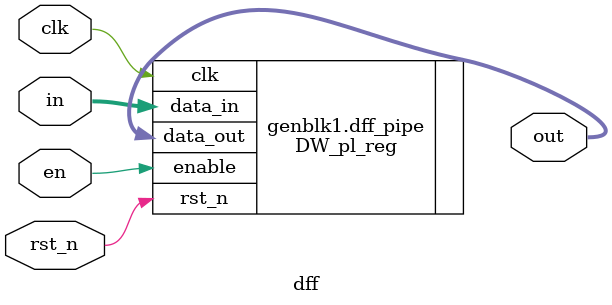
<source format=sv>
module dff #(
    parameter WIDTH      = 32, // Signal bit widths
    parameter PIPE_DEPTH = 1,  // Pipeline depth
    parameter OUT_REG    = 0   // Pipeline Is Retimeable
) (
    input  logic               clk,
    input  logic               rst_n,
    input  logic               en,
    input  logic [WIDTH - 1:0] in,
    output logic [WIDTH - 1:0] out
);

    if (OUT_REG) begin
        DW_pl_reg #(
            .width      (WIDTH           ),
            .in_reg     (0               ),
            .stages     (PIPE_DEPTH      ),
            .out_reg    (1               ),
            .rst_mode   (0               )
        ) dff_pipe (
            .clk        (clk             ),
            .rst_n      (rst_n           ),
            .data_in    (in              ),
            .data_out   (out             ),
            .enable     ({PIPE_DEPTH{en}})
        );
    end
    else begin
        DW_pl_reg #(
            .width      (WIDTH           ),
            .in_reg     (0               ),
            .stages     (PIPE_DEPTH + 1  ),
            .out_reg    (0               ),
            .rst_mode   (0               )
        ) dff_pipe (
            .clk        (clk             ),
            .rst_n      (rst_n           ),
            .data_in    (in              ),
            .data_out   (out             ),
            .enable     ({PIPE_DEPTH{en}})
        );
    end

endmodule

</source>
